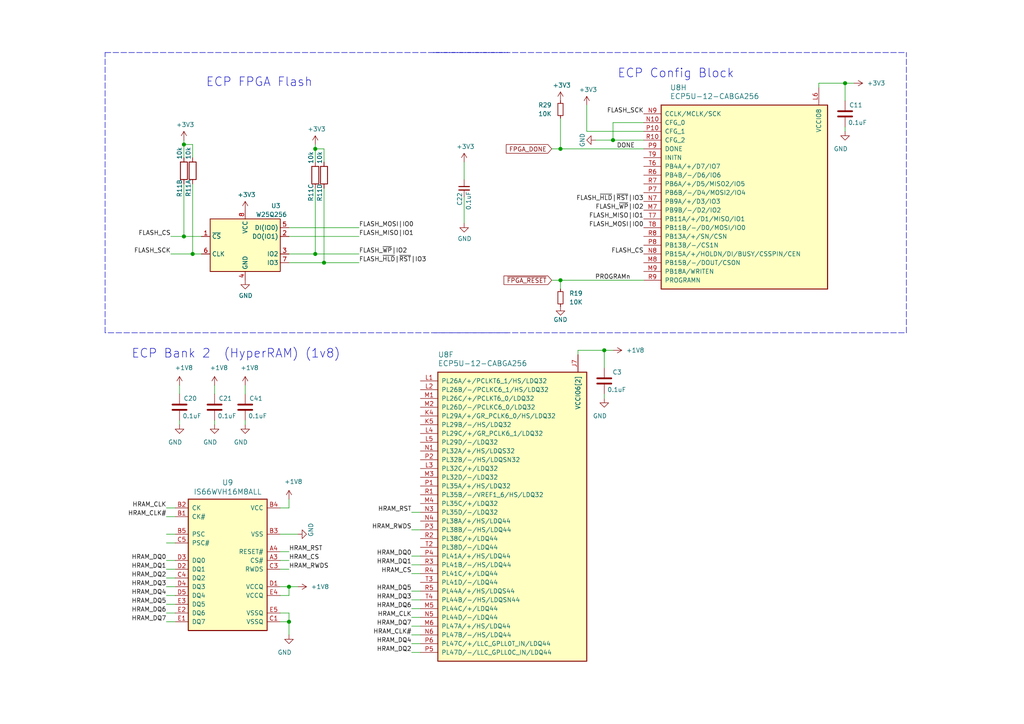
<source format=kicad_sch>
(kicad_sch (version 20210126) (generator eeschema)
  (paper "A4")
  (title_block (title "ECPBreaker") (date "2020-12-28") (rev "V0.1") (company "GsD") (comment 1 "2020 (C) Greg Davill  <greg.davill@gmail.com>") (comment 3 "License: CC-BY-SA V4.0"))
  (lib_symbols
    (symbol "Device:C" (pin_numbers hide) (pin_names (offset 0.254))
      (property "Reference" "C" (at 0.635 2.54 0))
      (property "Value" "C" (at 0.635 -2.54 0))
      (symbol "C_0_1"
        (polyline (pts (xy -2.032 -0.762) (xy 2.032 -0.762)) (stroke (width 0.508)))
        (polyline (pts (xy -2.032 0.762) (xy 2.032 0.762)) (stroke (width 0.508)))
      )
      (symbol "C_1_1"
        (pin passive line (at 0 3.81 270) (length 2.794) (name "~") (number "1"))
        (pin passive line (at 0 -3.81 90) (length 2.794) (name "~") (number "2"))
      )
    )
    (symbol "Device:R_Pack04_Split" (pin_numbers hide) (pin_names (offset 0))
      (property "Reference" "R" (at 2.032 0 90))
      (property "Value" "R_Pack04_Split" (at 0 0 90))
      (symbol "R_Pack04_Split_0_1"
        (rectangle (start -1.016 -2.54) (end 1.016 2.54) (stroke (width 0.254)))
      )
      (symbol "R_Pack04_Split_1_1"
        (pin passive line (at 0 -3.81 90) (length 1.27) (name "~") (number "1"))
        (pin passive line (at 0 3.81 270) (length 1.27) (name "~") (number "8"))
      )
      (symbol "R_Pack04_Split_2_1"
        (pin passive line (at 0 -3.81 90) (length 1.27) (name "~") (number "2"))
        (pin passive line (at 0 3.81 270) (length 1.27) (name "~") (number "7"))
      )
      (symbol "R_Pack04_Split_3_1"
        (pin passive line (at 0 -3.81 90) (length 1.27) (name "~") (number "3"))
        (pin passive line (at 0 3.81 270) (length 1.27) (name "~") (number "6"))
      )
      (symbol "R_Pack04_Split_4_1"
        (pin passive line (at 0 -3.81 90) (length 1.27) (name "~") (number "4"))
        (pin passive line (at 0 3.81 270) (length 1.27) (name "~") (number "5"))
      )
    )
    (symbol "Memory_Flash:W25Q32JVSS"
      (property "Reference" "U" (at -8.89 8.89 0))
      (property "Value" "W25Q32JVSS" (at 7.62 8.89 0))
      (symbol "W25Q32JVSS_0_1"
        (rectangle (start -10.16 7.62) (end 10.16 -7.62) (stroke (width 0.254)) (fill (type background)))
      )
      (symbol "W25Q32JVSS_1_1"
        (pin input line (at -12.7 2.54 0) (length 2.54) (name "~CS") (number "1"))
        (pin bidirectional line (at 12.7 2.54 180) (length 2.54) (name "DO(IO1)") (number "2"))
        (pin bidirectional line (at 12.7 -2.54 180) (length 2.54) (name "IO2") (number "3"))
        (pin power_in line (at 0 -10.16 90) (length 2.54) (name "GND") (number "4"))
        (pin bidirectional line (at 12.7 5.08 180) (length 2.54) (name "DI(IO0)") (number "5"))
        (pin input line (at -12.7 -2.54 0) (length 2.54) (name "CLK") (number "6"))
        (pin bidirectional line (at 12.7 -5.08 180) (length 2.54) (name "IO3") (number "7"))
        (pin power_in line (at 0 10.16 270) (length 2.54) (name "VCC") (number "8"))
      )
    )
    (symbol "gsd-kicad:ECP5U-12-CABGA256" (pin_names (offset 1.016))
      (property "Reference" "U" (at 3.81 6.35 0))
      (property "Value" "ECP5U-12-CABGA256" (at 3.81 3.81 0))
      (symbol "ECP5U-12-CABGA256_1_1"
        (rectangle (start 5.08 17.78) (end 12.7 -10.16) (stroke (width 0.3048)) (fill (type background)))
        (pin power_in line (at 7.62 -15.24 90) (length 5.08) (name "GND[27]") (number "A16"))
        (pin power_in line (at 7.62 -15.24 90) (length 5.08) (name "GND[27]") (number "H16"))
        (pin power_in line (at 7.62 -15.24 90) (length 5.08) (name "GND[27]") (number "T16"))
        (pin power_in line (at 7.62 -15.24 90) (length 5.08) (name "GND[27]") (number "D15"))
        (pin power_in line (at 7.62 -15.24 90) (length 5.08) (name "GND[27]") (number "N15"))
        (pin power_in line (at 7.62 -15.24 90) (length 5.08) (name "GND[27]") (number "T12"))
        (pin power_in line (at 7.62 -15.24 90) (length 5.08) (name "GND[27]") (number "G10"))
        (pin power_in line (at 7.62 -15.24 90) (length 5.08) (name "GND[27]") (number "H10"))
        (pin power_in line (at 7.62 -15.24 90) (length 5.08) (name "GND[27]") (number "J10"))
        (pin power_in line (at 7.62 -15.24 90) (length 5.08) (name "GND[27]") (number "K10"))
        (pin power_in line (at 7.62 -15.24 90) (length 5.08) (name "GND[27]") (number "F9"))
        (pin power_in line (at 7.62 -15.24 90) (length 5.08) (name "GND[27]") (number "H9"))
        (pin power_in line (at 7.62 -15.24 90) (length 5.08) (name "GND[27]") (number "J9"))
        (pin power_in line (at 7.62 -15.24 90) (length 5.08) (name "GND[27]") (number "K9"))
        (pin power_in line (at 7.62 -15.24 90) (length 5.08) (name "GND[27]") (number "F8"))
        (pin power_in line (at 7.62 -15.24 90) (length 5.08) (name "GND[27]") (number "G8"))
        (pin power_in line (at 7.62 -15.24 90) (length 5.08) (name "GND[27]") (number "H8"))
        (pin power_in line (at 7.62 -15.24 90) (length 5.08) (name "GND[27]") (number "J8"))
        (pin power_in line (at 7.62 -15.24 90) (length 5.08) (name "GND[27]") (number "K8"))
        (pin power_in line (at 7.62 -15.24 90) (length 5.08) (name "GND[27]") (number "K7"))
        (pin power_in line (at 7.62 -15.24 90) (length 5.08) (name "GND[27]") (number "K6"))
        (pin power_in line (at 7.62 -15.24 90) (length 5.08) (name "GND[27]") (number "T5"))
        (pin power_in line (at 7.62 -15.24 90) (length 5.08) (name "GND[27]") (number "D2"))
        (pin power_in line (at 7.62 -15.24 90) (length 5.08) (name "GND[27]") (number "N2"))
        (pin power_in line (at 7.62 -15.24 90) (length 5.08) (name "GND[27]") (number "A1"))
        (pin power_in line (at 7.62 -15.24 90) (length 5.08) (name "GND[27]") (number "H1"))
        (pin power_in line (at 7.62 -15.24 90) (length 5.08) (name "GND[27]") (number "T1"))
        (pin power_in line (at 10.16 22.86 270) (length 5.08) (name "VCC[6]") (number "L10"))
        (pin power_in line (at 10.16 22.86 270) (length 5.08) (name "VCC[6]") (number "G9"))
        (pin power_in line (at 10.16 22.86 270) (length 5.08) (name "VCC[6]") (number "L9"))
        (pin power_in line (at 10.16 22.86 270) (length 5.08) (name "VCC[6]") (number "L8"))
        (pin power_in line (at 10.16 22.86 270) (length 5.08) (name "VCC[6]") (number "G7"))
        (pin power_in line (at 10.16 22.86 270) (length 5.08) (name "VCC[6]") (number "G6"))
        (pin power_in line (at 7.62 22.86 270) (length 5.08) (name "VCCAUX[2]") (number "G11"))
        (pin power_in line (at 7.62 22.86 270) (length 5.08) (name "VCCAUX[2]") (number "L7"))
      )
      (symbol "ECP5U-12-CABGA256_2_1"
        (rectangle (start 5.08 2.54) (end 35.56 -60.96) (stroke (width 0.3048)) (fill (type background)))
        (pin bidirectional line (at 0 0 0) (length 5.08) (name "PT4A/+") (number "A2"))
        (pin bidirectional line (at 0 -2.54 0) (length 5.08) (name "PT4B/-") (number "B3"))
        (pin bidirectional line (at 0 -5.08 0) (length 5.08) (name "PT6A/+") (number "A3"))
        (pin bidirectional line (at 0 -7.62 0) (length 5.08) (name "PT6B/-") (number "A4"))
        (pin bidirectional line (at 0 -10.16 0) (length 5.08) (name "PT9A/+") (number "E4"))
        (pin bidirectional line (at 0 -12.7 0) (length 5.08) (name "PT9B/-") (number "D4"))
        (pin bidirectional line (at 0 -15.24 0) (length 5.08) (name "PT11A/+") (number "C4"))
        (pin bidirectional line (at 0 -17.78 0) (length 5.08) (name "PT11B/-") (number "B4"))
        (pin bidirectional line (at 0 -20.32 0) (length 5.08) (name "PT13A/+") (number "E5"))
        (pin bidirectional line (at 0 -22.86 0) (length 5.08) (name "PT13B/-") (number "D5"))
        (pin bidirectional line (at 0 -25.4 0) (length 5.08) (name "PT15A/+") (number "C5"))
        (pin bidirectional line (at 0 -27.94 0) (length 5.08) (name "PT15B/-") (number "B5"))
        (pin bidirectional line (at 0 -30.48 0) (length 5.08) (name "PT18A/+") (number "A5"))
        (pin bidirectional line (at 0 -33.02 0) (length 5.08) (name "PT18B/-") (number "A6"))
        (pin bidirectional line (at 0 -35.56 0) (length 5.08) (name "PT20A/+") (number "E6"))
        (pin bidirectional line (at 0 -38.1 0) (length 5.08) (name "PT20B/-") (number "D6"))
        (pin bidirectional line (at 0 -40.64 0) (length 5.08) (name "PT22A/+") (number "C6"))
        (pin bidirectional line (at 0 -43.18 0) (length 5.08) (name "PT22B/-") (number "B6"))
        (pin bidirectional line (at 0 -45.72 0) (length 5.08) (name "PT24A/+/GR_PCLK0_1") (number "E7"))
        (pin bidirectional line (at 0 -48.26 0) (length 5.08) (name "PT24B/-/GR_PCLK0_0") (number "D7"))
        (pin bidirectional line (at 0 -50.8 0) (length 5.08) (name "PT27A/+/PCLKT0_1") (number "C7"))
        (pin bidirectional line (at 0 -53.34 0) (length 5.08) (name "PT27B/-/PCLKC0_1") (number "B7"))
        (pin bidirectional line (at 0 -55.88 0) (length 5.08) (name "PT29A/+/PCLKT0_0") (number "A7"))
        (pin bidirectional line (at 0 -58.42 0) (length 5.08) (name "PT29B/-/PCLKC0_0") (number "A8"))
        (pin power_in line (at 33.02 7.62 270) (length 5.08) (name "VCCIO0[2]") (number "F7"))
        (pin power_in line (at 33.02 7.62 270) (length 5.08) (name "VCCIO0[2]") (number "F6"))
      )
      (symbol "ECP5U-12-CABGA256_3_1"
        (rectangle (start 5.08 2.54) (end 35.56 -81.28) (stroke (width 0.3048)) (fill (type background)))
        (pin bidirectional line (at 0 0 0) (length 5.08) (name "PT33A/+/PCLKT1_1") (number "E8"))
        (pin bidirectional line (at 0 -2.54 0) (length 5.08) (name "PT33B/-/PCLKC1_1") (number "D8"))
        (pin bidirectional line (at 0 -5.08 0) (length 5.08) (name "PT35A/+/PCLKT1_0") (number "C8"))
        (pin bidirectional line (at 0 -7.62 0) (length 5.08) (name "PT35B/-/PCLKC1_0") (number "B8"))
        (pin bidirectional line (at 0 -10.16 0) (length 5.08) (name "PT38A/+/GR_PCLK1_0") (number "B9"))
        (pin bidirectional line (at 0 -12.7 0) (length 5.08) (name "PT38B/-/GR_PCLK1_1") (number "C9"))
        (pin bidirectional line (at 0 -15.24 0) (length 5.08) (name "PT40A/+") (number "D9"))
        (pin bidirectional line (at 0 -17.78 0) (length 5.08) (name "PT40B/-") (number "E9"))
        (pin bidirectional line (at 0 -20.32 0) (length 5.08) (name "PT42A/+") (number "A9"))
        (pin bidirectional line (at 0 -22.86 0) (length 5.08) (name "PT42B/-") (number "A10"))
        (pin bidirectional line (at 0 -25.4 0) (length 5.08) (name "PT44A/+") (number "B10"))
        (pin bidirectional line (at 0 -27.94 0) (length 5.08) (name "PT44B/-") (number "C10"))
        (pin bidirectional line (at 0 -30.48 0) (length 5.08) (name "PT47A/+") (number "D10"))
        (pin bidirectional line (at 0 -33.02 0) (length 5.08) (name "PT47B/-") (number "E10"))
        (pin bidirectional line (at 0 -35.56 0) (length 5.08) (name "PT49A/+") (number "B11"))
        (pin bidirectional line (at 0 -38.1 0) (length 5.08) (name "PT49B/-") (number "C11"))
        (pin bidirectional line (at 0 -40.64 0) (length 5.08) (name "PT51A/+") (number "D11"))
        (pin bidirectional line (at 0 -43.18 0) (length 5.08) (name "PT51B/-") (number "E11"))
        (pin bidirectional line (at 0 -45.72 0) (length 5.08) (name "PT53A/+") (number "A11"))
        (pin bidirectional line (at 0 -48.26 0) (length 5.08) (name "PT53B/-") (number "A12"))
        (pin bidirectional line (at 0 -50.8 0) (length 5.08) (name "PT56A/+") (number "B12"))
        (pin bidirectional line (at 0 -53.34 0) (length 5.08) (name "PT56B/-") (number "C12"))
        (pin bidirectional line (at 0 -55.88 0) (length 5.08) (name "PT58A/+") (number "D12"))
        (pin bidirectional line (at 0 -58.42 0) (length 5.08) (name "PT58B/-") (number "E12"))
        (pin bidirectional line (at 0 -60.96 0) (length 5.08) (name "PT60A/+") (number "B13"))
        (pin bidirectional line (at 0 -63.5 0) (length 5.08) (name "PT60B/-") (number "C13"))
        (pin bidirectional line (at 0 -66.04 0) (length 5.08) (name "PT62A/+") (number "D13"))
        (pin bidirectional line (at 0 -68.58 0) (length 5.08) (name "PT62B/-") (number "E13"))
        (pin bidirectional line (at 0 -71.12 0) (length 5.08) (name "PT65A/+") (number "A13"))
        (pin bidirectional line (at 0 -73.66 0) (length 5.08) (name "PT65B/-") (number "A14"))
        (pin bidirectional line (at 0 -76.2 0) (length 5.08) (name "PT67A/+") (number "B14"))
        (pin bidirectional line (at 0 -78.74 0) (length 5.08) (name "PT67B/-") (number "A15"))
        (pin power_in line (at 33.02 7.62 270) (length 5.08) (name "VCCIO1[2]") (number "F11"))
        (pin power_in line (at 33.02 7.62 270) (length 5.08) (name "VCCIO1[2]") (number "F10"))
      )
      (symbol "ECP5U-12-CABGA256_4_1"
        (rectangle (start 5.08 2.54) (end 48.26 -81.28) (stroke (width 0.3048)) (fill (type background)))
        (pin bidirectional line (at 0 0 0) (length 5.08) (name "PR2A/+/HS/RDQ8") (number "B16"))
        (pin bidirectional line (at 0 -2.54 0) (length 5.08) (name "PR2B/-/S0_IN/HS/RDQ8") (number "B15"))
        (pin bidirectional line (at 0 -5.08 0) (length 5.08) (name "PR2C/+/RDQ8") (number "C14"))
        (pin bidirectional line (at 0 -7.62 0) (length 5.08) (name "PR2D/-/RDQ8") (number "D14"))
        (pin bidirectional line (at 0 -10.16 0) (length 5.08) (name "PR5A/+/HS/RDQ8") (number "C16"))
        (pin bidirectional line (at 0 -12.7 0) (length 5.08) (name "PR5B/-/HS/RDQ8") (number "C15"))
        (pin bidirectional line (at 0 -15.24 0) (length 5.08) (name "PR5C/+/RDQ8") (number "E14"))
        (pin bidirectional line (at 0 -17.78 0) (length 5.08) (name "PR5D/-/RDQ8") (number "F14"))
        (pin bidirectional line (at 0 -20.32 0) (length 5.08) (name "PR8A/+/HS/RDQS8") (number "D16"))
        (pin bidirectional line (at 0 -22.86 0) (length 5.08) (name "PR8B/-/HS/RDQSN8") (number "E15"))
        (pin bidirectional line (at 0 -25.4 0) (length 5.08) (name "PR8C/+/RDQ8") (number "F13"))
        (pin bidirectional line (at 0 -27.94 0) (length 5.08) (name "PR8D/-/RDQ8") (number "F12"))
        (pin bidirectional line (at 0 -30.48 0) (length 5.08) (name "PR11A/+/HS/RDQ8") (number "G12"))
        (pin bidirectional line (at 0 -33.02 0) (length 5.08) (name "PR11B/-/HS/RDQ8") (number "G13"))
        (pin bidirectional line (at 0 -35.56 0) (length 5.08) (name "PR11C/+/RDQ8") (number "F15"))
        (pin bidirectional line (at 0 -38.1 0) (length 5.08) (name "PR11D/-/RDQ8") (number "E16"))
        (pin bidirectional line (at 0 -40.64 0) (length 5.08) (name "PR14A/+/HS/RDQ20") (number "F16"))
        (pin bidirectional line (at 0 -43.18 0) (length 5.08) (name "PR14B/-/HS/RDQ20") (number "G15"))
        (pin bidirectional line (at 0 -45.72 0) (length 5.08) (name "PR14C/+/VREF1_2/RDQ20") (number "G14"))
        (pin bidirectional line (at 0 -48.26 0) (length 5.08) (name "PR14D/-/RDQ20") (number "H14"))
        (pin bidirectional line (at 0 -50.8 0) (length 5.08) (name "PR17A/+/HS/RDQ20") (number "H12"))
        (pin bidirectional line (at 0 -53.34 0) (length 5.08) (name "PR17B/-/HS/RDQ20") (number "H13"))
        (pin bidirectional line (at 0 -55.88 0) (length 5.08) (name "PR17C/+/RDQ20") (number "J13"))
        (pin bidirectional line (at 0 -58.42 0) (length 5.08) (name "PR17D/-/RDQ20") (number "J12"))
        (pin bidirectional line (at 0 -60.96 0) (length 5.08) (name "PR20A/+/GR_PCLK2_1/HS/RDQS20") (number "G16"))
        (pin bidirectional line (at 0 -63.5 0) (length 5.08) (name "PR20B/-/HS/RDQSN20") (number "H15"))
        (pin bidirectional line (at 0 -66.04 0) (length 5.08) (name "PR20C/+/GR_PCLK2_0/RDQ20") (number "J14"))
        (pin bidirectional line (at 0 -68.58 0) (length 5.08) (name "PR20D/-/RDQ20") (number "K14"))
        (pin bidirectional line (at 0 -71.12 0) (length 5.08) (name "PR23A/+/PCLKT2_1/HS/RDQ20") (number "J16"))
        (pin bidirectional line (at 0 -73.66 0) (length 5.08) (name "PR23B/-/PCLKC2_1/HS/RDQ20") (number "J15"))
        (pin bidirectional line (at 0 -76.2 0) (length 5.08) (name "PR23C/+/PCLKT2_0/RDQ20") (number "K16"))
        (pin bidirectional line (at 0 -78.74 0) (length 5.08) (name "PR23D/-/PCLKC2_0/RDQ20") (number "K15"))
        (pin power_in line (at 45.72 7.62 270) (length 5.08) (name "VCCIO2[2]") (number "H11"))
        (pin power_in line (at 45.72 7.62 270) (length 5.08) (name "VCCIO2[2]") (number "J11"))
      )
      (symbol "ECP5U-12-CABGA256_5_1"
        (rectangle (start 5.08 2.54) (end 48.26 -81.28) (stroke (width 0.3048)) (fill (type background)))
        (pin bidirectional line (at 0 0 0) (length 5.08) (name "PR26A/+/PCLKT3_1/HS/RDQ32") (number "L16"))
        (pin bidirectional line (at 0 -2.54 0) (length 5.08) (name "PR26B/-/PCLKC3_1/HS/RDQ32") (number "L15"))
        (pin bidirectional line (at 0 -5.08 0) (length 5.08) (name "PR26C/+/PCLKT3_0/RDQ32") (number "M16"))
        (pin bidirectional line (at 0 -7.62 0) (length 5.08) (name "PR26D/-/PCLKC3_0/RDQ32") (number "M15"))
        (pin bidirectional line (at 0 -10.16 0) (length 5.08) (name "PR29A/+/GR_PCLK3_0/HS/RDQ32") (number "K13"))
        (pin bidirectional line (at 0 -12.7 0) (length 5.08) (name "PR29B/-/HS/RDQ32") (number "K12"))
        (pin bidirectional line (at 0 -15.24 0) (length 5.08) (name "PR29C/+/GR_PCLK3_1/RDQ32") (number "L13"))
        (pin bidirectional line (at 0 -17.78 0) (length 5.08) (name "PR29D/-/RDQ32") (number "L12"))
        (pin bidirectional line (at 0 -20.32 0) (length 5.08) (name "PR32A/+/HS/RDQS32") (number "N16"))
        (pin bidirectional line (at 0 -22.86 0) (length 5.08) (name "PR32B/-/HS/RDQSN32") (number "P15"))
        (pin bidirectional line (at 0 -25.4 0) (length 5.08) (name "PR32C/+/RDQ32") (number "L14"))
        (pin bidirectional line (at 0 -27.94 0) (length 5.08) (name "PR32D/-/RDQ32") (number "M14"))
        (pin bidirectional line (at 0 -30.48 0) (length 5.08) (name "PR35A/+/HS/RDQ32") (number "P16"))
        (pin bidirectional line (at 0 -33.02 0) (length 5.08) (name "PR35B/-/VREF1_3/HS/RDQ32") (number "R16"))
        (pin bidirectional line (at 0 -35.56 0) (length 5.08) (name "PR35C/+/RDQ32") (number "M13"))
        (pin bidirectional line (at 0 -38.1 0) (length 5.08) (name "PR35D/-/RDQ32") (number "N14"))
        (pin bidirectional line (at 0 -40.64 0) (length 5.08) (name "PR38A/+/HS/RDQ44") (number "N13"))
        (pin bidirectional line (at 0 -43.18 0) (length 5.08) (name "PR38B/-/HS/RDQ44") (number "P14"))
        (pin bidirectional line (at 0 -45.72 0) (length 5.08) (name "PR38C/+/RDQ44") (number "R15"))
        (pin bidirectional line (at 0 -48.26 0) (length 5.08) (name "PR38D/-/RDQ44") (number "T15"))
        (pin bidirectional line (at 0 -50.8 0) (length 5.08) (name "PR41A/+/HS/RDQ44") (number "P13"))
        (pin bidirectional line (at 0 -53.34 0) (length 5.08) (name "PR41B/-/HS/RDQ44") (number "R14"))
        (pin bidirectional line (at 0 -55.88 0) (length 5.08) (name "PR41C/+/RDQ44") (number "R13"))
        (pin bidirectional line (at 0 -58.42 0) (length 5.08) (name "PR41D/-/RDQ44") (number "T14"))
        (pin bidirectional line (at 0 -60.96 0) (length 5.08) (name "PR44A/+/HS/RDQS44") (number "R12"))
        (pin bidirectional line (at 0 -63.5 0) (length 5.08) (name "PR44B/-/HS/RDQSN44") (number "T13"))
        (pin bidirectional line (at 0 -66.04 0) (length 5.08) (name "PR44C/+/RDQ44") (number "M12"))
        (pin bidirectional line (at 0 -68.58 0) (length 5.08) (name "PR44D/-/RDQ44") (number "N12"))
        (pin bidirectional line (at 0 -71.12 0) (length 5.08) (name "PR47A/+/HS/RDQ44") (number "M11"))
        (pin bidirectional line (at 0 -73.66 0) (length 5.08) (name "PR47B/-/HS/RDQ44") (number "N11"))
        (pin bidirectional line (at 0 -76.2 0) (length 5.08) (name "PR47C/+/LRC_GPLL0T_IN/RDQ44") (number "P11"))
        (pin bidirectional line (at 0 -78.74 0) (length 5.08) (name "PR47D/-/LRC_GPLL0C_IN/RDQ44") (number "P12"))
        (pin power_in line (at 45.72 7.62 270) (length 5.08) (name "VCCIO3[2]") (number "K11"))
        (pin power_in line (at 45.72 7.62 270) (length 5.08) (name "VCCIO3[2]") (number "L11"))
      )
      (symbol "ECP5U-12-CABGA256_6_1"
        (rectangle (start 5.08 2.54) (end 48.26 -81.28) (stroke (width 0.3048)) (fill (type background)))
        (pin bidirectional line (at 0 0 0) (length 5.08) (name "PL26A/+/PCLKT6_1/HS/LDQ32") (number "L1"))
        (pin bidirectional line (at 0 -2.54 0) (length 5.08) (name "PL26B/-/PCLKC6_1/HS/LDQ32") (number "L2"))
        (pin bidirectional line (at 0 -5.08 0) (length 5.08) (name "PL26C/+/PCLKT6_0/LDQ32") (number "M1"))
        (pin bidirectional line (at 0 -7.62 0) (length 5.08) (name "PL26D/-/PCLKC6_0/LDQ32") (number "M2"))
        (pin bidirectional line (at 0 -10.16 0) (length 5.08) (name "PL29A/+/GR_PCLK6_0/HS/LDQ32") (number "K4"))
        (pin bidirectional line (at 0 -12.7 0) (length 5.08) (name "PL29B/-/HS/LDQ32") (number "K5"))
        (pin bidirectional line (at 0 -15.24 0) (length 5.08) (name "PL29C/+/GR_PCLK6_1/LDQ32") (number "L4"))
        (pin bidirectional line (at 0 -17.78 0) (length 5.08) (name "PL29D/-/LDQ32") (number "L5"))
        (pin bidirectional line (at 0 -20.32 0) (length 5.08) (name "PL32A/+/HS/LDQS32") (number "N1"))
        (pin bidirectional line (at 0 -22.86 0) (length 5.08) (name "PL32B/-/HS/LDQSN32") (number "P2"))
        (pin bidirectional line (at 0 -25.4 0) (length 5.08) (name "PL32C/+/LDQ32") (number "L3"))
        (pin bidirectional line (at 0 -27.94 0) (length 5.08) (name "PL32D/-/LDQ32") (number "M3"))
        (pin bidirectional line (at 0 -30.48 0) (length 5.08) (name "PL35A/+/HS/LDQ32") (number "P1"))
        (pin bidirectional line (at 0 -33.02 0) (length 5.08) (name "PL35B/-/VREF1_6/HS/LDQ32") (number "R1"))
        (pin bidirectional line (at 0 -35.56 0) (length 5.08) (name "PL35C/+/LDQ32") (number "M4"))
        (pin bidirectional line (at 0 -38.1 0) (length 5.08) (name "PL35D/-/LDQ32") (number "N3"))
        (pin bidirectional line (at 0 -40.64 0) (length 5.08) (name "PL38A/+/HS/LDQ44") (number "N4"))
        (pin bidirectional line (at 0 -43.18 0) (length 5.08) (name "PL38B/-/HS/LDQ44") (number "P3"))
        (pin bidirectional line (at 0 -45.72 0) (length 5.08) (name "PL38C/+/LDQ44") (number "R2"))
        (pin bidirectional line (at 0 -48.26 0) (length 5.08) (name "PL38D/-/LDQ44") (number "T2"))
        (pin bidirectional line (at 0 -50.8 0) (length 5.08) (name "PL41A/+/HS/LDQ44") (number "P4"))
        (pin bidirectional line (at 0 -53.34 0) (length 5.08) (name "PL41B/-/HS/LDQ44") (number "R3"))
        (pin bidirectional line (at 0 -55.88 0) (length 5.08) (name "PL41C/+/LDQ44") (number "R4"))
        (pin bidirectional line (at 0 -58.42 0) (length 5.08) (name "PL41D/-/LDQ44") (number "T3"))
        (pin bidirectional line (at 0 -60.96 0) (length 5.08) (name "PL44A/+/HS/LDQS44") (number "R5"))
        (pin bidirectional line (at 0 -63.5 0) (length 5.08) (name "PL44B/-/HS/LDQSN44") (number "T4"))
        (pin bidirectional line (at 0 -66.04 0) (length 5.08) (name "PL44C/+/LDQ44") (number "M5"))
        (pin bidirectional line (at 0 -68.58 0) (length 5.08) (name "PL44D/-/LDQ44") (number "N5"))
        (pin bidirectional line (at 0 -71.12 0) (length 5.08) (name "PL47A/+/HS/LDQ44") (number "M6"))
        (pin bidirectional line (at 0 -73.66 0) (length 5.08) (name "PL47B/-/HS/LDQ44") (number "N6"))
        (pin bidirectional line (at 0 -76.2 0) (length 5.08) (name "PL47C/+/LLC_GPLL0T_IN/LDQ44") (number "P6"))
        (pin bidirectional line (at 0 -78.74 0) (length 5.08) (name "PL47D/-/LLC_GPLL0C_IN/LDQ44") (number "P5"))
        (pin power_in line (at 45.72 7.62 270) (length 5.08) (name "VCCIO6[2]") (number "J7"))
        (pin power_in line (at 45.72 7.62 270) (length 5.08) (name "VCCIO6[2]") (number "J6"))
      )
      (symbol "ECP5U-12-CABGA256_7_1"
        (rectangle (start 5.08 2.54) (end 48.26 -81.28) (stroke (width 0.3048)) (fill (type background)))
        (pin bidirectional line (at 0 0 0) (length 5.08) (name "PL2A/+/HS/LDQ8") (number "B1"))
        (pin bidirectional line (at 0 -2.54 0) (length 5.08) (name "PL2B/-/HS/LDQ8") (number "B2"))
        (pin bidirectional line (at 0 -5.08 0) (length 5.08) (name "PL2C/+/LDQ8") (number "C3"))
        (pin bidirectional line (at 0 -7.62 0) (length 5.08) (name "PL2D/-/LDQ8") (number "D3"))
        (pin bidirectional line (at 0 -10.16 0) (length 5.08) (name "PL5A/+/HS/LDQ8") (number "C1"))
        (pin bidirectional line (at 0 -12.7 0) (length 5.08) (name "PL5B/-/HS/LDQ8") (number "C2"))
        (pin bidirectional line (at 0 -15.24 0) (length 5.08) (name "PL5C/+/LDQ8") (number "E3"))
        (pin bidirectional line (at 0 -17.78 0) (length 5.08) (name "PL5D/-/LDQ8") (number "F3"))
        (pin bidirectional line (at 0 -20.32 0) (length 5.08) (name "PL8A/+/HS/LDQS8") (number "D1"))
        (pin bidirectional line (at 0 -22.86 0) (length 5.08) (name "PL8B/-/HS/LDQSN8") (number "E2"))
        (pin bidirectional line (at 0 -25.4 0) (length 5.08) (name "PL8C/+/LDQ8") (number "F4"))
        (pin bidirectional line (at 0 -27.94 0) (length 5.08) (name "PL8D/-/LDQ8") (number "F5"))
        (pin bidirectional line (at 0 -30.48 0) (length 5.08) (name "PL11A/+/HS/LDQ8") (number "G5"))
        (pin bidirectional line (at 0 -33.02 0) (length 5.08) (name "PL11B/-/HS/LDQ8") (number "G4"))
        (pin bidirectional line (at 0 -35.56 0) (length 5.08) (name "PL11C/+/LDQ8") (number "F2"))
        (pin bidirectional line (at 0 -38.1 0) (length 5.08) (name "PL11D/-/LDQ8") (number "E1"))
        (pin bidirectional line (at 0 -40.64 0) (length 5.08) (name "PL14A/+/HS/LDQ20") (number "F1"))
        (pin bidirectional line (at 0 -43.18 0) (length 5.08) (name "PL14B/-/HS/LDQ20") (number "G2"))
        (pin bidirectional line (at 0 -45.72 0) (length 5.08) (name "PL14C/+/VREF1_7/LDQ20") (number "G3"))
        (pin bidirectional line (at 0 -48.26 0) (length 5.08) (name "PL14D/-/LDQ20") (number "H3"))
        (pin bidirectional line (at 0 -50.8 0) (length 5.08) (name "PL17A/+/HS/LDQ20") (number "H5"))
        (pin bidirectional line (at 0 -53.34 0) (length 5.08) (name "PL17B/-/HS/LDQ20") (number "H4"))
        (pin bidirectional line (at 0 -55.88 0) (length 5.08) (name "PL17C/+/LDQ20") (number "J4"))
        (pin bidirectional line (at 0 -58.42 0) (length 5.08) (name "PL17D/-/LDQ20") (number "J5"))
        (pin bidirectional line (at 0 -60.96 0) (length 5.08) (name "PL20A/+/GR_PCLK7_1/HS/LDQS20") (number "G1"))
        (pin bidirectional line (at 0 -63.5 0) (length 5.08) (name "PL20B/-/HS/LDQSN20") (number "H2"))
        (pin bidirectional line (at 0 -66.04 0) (length 5.08) (name "PL20C/+/GR_PCLK7_0/LDQ20") (number "J3"))
        (pin bidirectional line (at 0 -68.58 0) (length 5.08) (name "PL20D/-/LDQ20") (number "K3"))
        (pin bidirectional line (at 0 -71.12 0) (length 5.08) (name "PL23A/+/PCLKT7_1/HS/LDQ20") (number "J1"))
        (pin bidirectional line (at 0 -73.66 0) (length 5.08) (name "PL23B/-/PCLKC7_1/HS/LDQ20") (number "J2"))
        (pin bidirectional line (at 0 -76.2 0) (length 5.08) (name "PL23C/+/PCLKT7_0/LDQ20") (number "K1"))
        (pin bidirectional line (at 0 -78.74 0) (length 5.08) (name "PL23D/-/PCLKC7_0/LDQ20") (number "K2"))
        (pin power_in line (at 45.72 7.62 270) (length 5.08) (name "VCCIO7[2]") (number "H7"))
        (pin power_in line (at 45.72 7.62 270) (length 5.08) (name "VCCIO7[2]") (number "H6"))
      )
      (symbol "ECP5U-12-CABGA256_8_1"
        (rectangle (start 5.08 2.54) (end 53.34 -50.8) (stroke (width 0.3048)) (fill (type background)))
        (pin bidirectional line (at 0 0 0) (length 5.08) (name "CCLK/MCLK/SCK") (number "N9"))
        (pin bidirectional line (at 0 -2.54 0) (length 5.08) (name "CFG_0") (number "N10"))
        (pin bidirectional line (at 0 -5.08 0) (length 5.08) (name "CFG_1") (number "P10"))
        (pin bidirectional line (at 0 -7.62 0) (length 5.08) (name "CFG_2") (number "R10"))
        (pin bidirectional line (at 0 -10.16 0) (length 5.08) (name "DONE") (number "P9"))
        (pin bidirectional line (at 0 -12.7 0) (length 5.08) (name "INITN") (number "T9"))
        (pin bidirectional line (at 0 -15.24 0) (length 5.08) (name "PB4A/+/D7/IO7") (number "T6"))
        (pin bidirectional line (at 0 -17.78 0) (length 5.08) (name "PB4B/-/D6/IO6") (number "R6"))
        (pin bidirectional line (at 0 -20.32 0) (length 5.08) (name "PB6A/+/D5/MISO2/IO5") (number "R7"))
        (pin bidirectional line (at 0 -22.86 0) (length 5.08) (name "PB6B/-/D4/MOSI2/IO4") (number "P7"))
        (pin bidirectional line (at 0 -25.4 0) (length 5.08) (name "PB9A/+/D3/IO3") (number "N7"))
        (pin bidirectional line (at 0 -27.94 0) (length 5.08) (name "PB9B/-/D2/IO2") (number "M7"))
        (pin bidirectional line (at 0 -30.48 0) (length 5.08) (name "PB11A/+/D1/MISO/IO1") (number "T7"))
        (pin bidirectional line (at 0 -33.02 0) (length 5.08) (name "PB11B/-/D0/MOSI/IO0") (number "T8"))
        (pin bidirectional line (at 0 -35.56 0) (length 5.08) (name "PB13A/+/SN/CSN") (number "R8"))
        (pin bidirectional line (at 0 -38.1 0) (length 5.08) (name "PB13B/-/CS1N") (number "P8"))
        (pin bidirectional line (at 0 -40.64 0) (length 5.08) (name "PB15A/+/HOLDN/DI/BUSY/CSSPIN/CEN") (number "N8"))
        (pin bidirectional line (at 0 -43.18 0) (length 5.08) (name "PB15B/-/DOUT/CSON") (number "M8"))
        (pin bidirectional line (at 0 -45.72 0) (length 5.08) (name "PB18A/WRITEN") (number "M9"))
        (pin bidirectional line (at 0 -48.26 0) (length 5.08) (name "PROGRAMN") (number "R9"))
        (pin power_in line (at 50.8 7.62 270) (length 5.08) (name "VCCIO8") (number "L6"))
      )
      (symbol "ECP5U-12-CABGA256_9_1"
        (rectangle (start 5.08 2.54) (end 12.7 -10.16) (stroke (width 0.3048)) (fill (type background)))
        (pin bidirectional line (at 0 0 0) (length 5.08) (name "TCK") (number "T10"))
        (pin bidirectional line (at 0 -2.54 0) (length 5.08) (name "TDI") (number "R11"))
        (pin bidirectional line (at 0 -5.08 0) (length 5.08) (name "TDO") (number "M10"))
        (pin bidirectional line (at 0 -7.62 0) (length 5.08) (name "TMS") (number "T11"))
      )
    )
    (symbol "gsd-kicad:IS66WVH16M8ALL" (pin_names (offset 1.016))
      (property "Reference" "U" (at 0 24.13 0))
      (property "Value" "IS66WVH16M8ALL" (at 0 21.59 0))
      (symbol "IS66WVH16M8ALL_1_0"
        (rectangle (start -11.43 19.05) (end 11.43 -19.05) (stroke (width 0.3048)) (fill (type background)))
      )
      (symbol "IS66WVH16M8ALL_1_1"
        (pin input line (at 15.24 1.27 180) (length 3.81) (name "CS#") (number "A3"))
        (pin input line (at 15.24 3.81 180) (length 3.81) (name "RESET#") (number "A4"))
        (pin input line (at -15.24 13.97 0) (length 3.81) (name "CK#") (number "B1"))
        (pin input line (at -15.24 16.51 0) (length 3.81) (name "CK") (number "B2"))
        (pin input line (at 15.24 8.89 180) (length 3.81) (name "VSS") (number "B3"))
        (pin input line (at 15.24 16.51 180) (length 3.81) (name "VCC") (number "B4"))
        (pin input line (at -15.24 8.89 0) (length 3.81) (name "PSC") (number "B5"))
        (pin input line (at 15.24 -16.51 180) (length 3.81) (name "VSSQ") (number "C1"))
        (pin input line (at 15.24 -1.27 180) (length 3.81) (name "RWDS") (number "C3"))
        (pin input line (at -15.24 -3.81 0) (length 3.81) (name "DQ2") (number "C4"))
        (pin input line (at -15.24 6.35 0) (length 3.81) (name "PSC#") (number "C5"))
        (pin input line (at 15.24 -6.35 180) (length 3.81) (name "VCCQ") (number "D1"))
        (pin input line (at -15.24 -1.27 0) (length 3.81) (name "DQ1") (number "D2"))
        (pin input line (at -15.24 1.27 0) (length 3.81) (name "DQ0") (number "D3"))
        (pin input line (at -15.24 -6.35 0) (length 3.81) (name "DQ3") (number "D4"))
        (pin input line (at -15.24 -8.89 0) (length 3.81) (name "DQ4") (number "D5"))
        (pin input line (at -15.24 -16.51 0) (length 3.81) (name "DQ7") (number "E1"))
        (pin input line (at -15.24 -13.97 0) (length 3.81) (name "DQ6") (number "E2"))
        (pin input line (at -15.24 -11.43 0) (length 3.81) (name "DQ5") (number "E3"))
        (pin input line (at 15.24 -8.89 180) (length 3.81) (name "VCCQ") (number "E4"))
        (pin input line (at 15.24 -13.97 180) (length 3.81) (name "VSSQ") (number "E5"))
      )
    )
    (symbol "icebreaker-rescue:pkl_C_Small-pkl_device" (pin_numbers hide) (pin_names (offset 0.254) hide)
      (property "Reference" "C" (at 0.254 1.778 0))
      (property "Value" "pkl_C_Small-pkl_device" (at 0.254 -2.032 0))
      (symbol "pkl_C_Small-pkl_device_0_1"
        (polyline (pts (xy -1.524 -0.508) (xy 1.524 -0.508)) (stroke (width 0.3302)))
        (polyline (pts (xy -1.524 0.508) (xy 1.524 0.508)) (stroke (width 0.3048)))
      )
      (symbol "pkl_C_Small-pkl_device_1_1"
        (pin passive line (at 0 2.54 270) (length 1.905) (name "~") (number "1"))
        (pin passive line (at 0 -2.54 90) (length 2.032) (name "~") (number "2"))
      )
    )
    (symbol "icebreaker-rescue:pkl_R_Small-pkl_device" (pin_numbers hide) (pin_names (offset 0.254) hide)
      (property "Reference" "R" (at 0.762 0.508 0))
      (property "Value" "pkl_R_Small-pkl_device" (at 0.762 -1.016 0))
      (symbol "pkl_R_Small-pkl_device_0_1"
        (rectangle (start -0.762 1.778) (end 0.762 -1.778) (stroke (width 0.2032)))
      )
      (symbol "pkl_R_Small-pkl_device_1_1"
        (pin passive line (at 0 2.54 270) (length 0.762) (name "~") (number "1"))
        (pin passive line (at 0 -2.54 90) (length 0.762) (name "~") (number "2"))
      )
    )
    (symbol "power:+1V8" (power) (pin_names (offset 0))
      (property "Value" "+1V8" (at 0 3.556 0))
      (symbol "+1V8_0_1"
        (polyline (pts (xy -0.762 1.27) (xy 0 2.54)))
        (polyline (pts (xy 0 0) (xy 0 2.54)))
        (polyline (pts (xy 0 2.54) (xy 0.762 1.27)))
      )
      (symbol "+1V8_1_1"
        (pin power_in line (at 0 0 90) (length 0) hide (name "+1V8") (number "1"))
      )
    )
    (symbol "power:+3V3" (power) (pin_names (offset 0))
      (property "Value" "+3V3" (at 0 3.556 0))
      (symbol "+3V3_0_1"
        (polyline (pts (xy -0.762 1.27) (xy 0 2.54)))
        (polyline (pts (xy 0 0) (xy 0 2.54)))
        (polyline (pts (xy 0 2.54) (xy 0.762 1.27)))
      )
      (symbol "+3V3_1_1"
        (pin power_in line (at 0 0 90) (length 0) hide (name "+3V3") (number "1"))
      )
    )
    (symbol "power:GND" (power) (pin_names (offset 0))
      (property "Value" "GND" (at 0 -3.81 0))
      (symbol "GND_0_1"
        (polyline (pts (xy 0 0) (xy 0 -1.27) (xy 1.27 -1.27) (xy 0 -2.54) (xy -1.27 -1.27) (xy 0 -1.27)))
      )
      (symbol "GND_1_1"
        (pin power_in line (at 0 0 270) (length 0) hide (name "GND") (number "1"))
      )
    )
  )
  (junction (at 53.34 41.91) (diameter 1.016))
  (junction (at 53.34 68.58) (diameter 1.016))
  (junction (at 55.88 73.66) (diameter 1.016))
  (junction (at 83.82 170.18) (diameter 1.016))
  (junction (at 83.82 180.34) (diameter 1.016))
  (junction (at 91.44 43.18) (diameter 1.016))
  (junction (at 91.44 73.66) (diameter 1.016))
  (junction (at 93.98 76.2) (diameter 1.016))
  (junction (at 162.56 43.18) (diameter 1.016))
  (junction (at 162.56 81.28) (diameter 1.016))
  (junction (at 175.26 101.6) (diameter 1.016))
  (junction (at 177.8 40.64) (diameter 1.016))
  (junction (at 245.11 24.13) (diameter 1.016))
  (wire (pts (xy 48.26 147.32) (xy 50.8 147.32)))
  (wire (pts (xy 48.26 149.86) (xy 50.8 149.86)))
  (wire (pts (xy 48.26 154.94) (xy 50.8 154.94)))
  (wire (pts (xy 48.26 157.48) (xy 50.8 157.48)))
  (wire (pts (xy 48.26 162.56) (xy 50.8 162.56)))
  (wire (pts (xy 48.26 165.1) (xy 50.8 165.1)))
  (wire (pts (xy 48.26 167.64) (xy 50.8 167.64)))
  (wire (pts (xy 48.26 170.18) (xy 50.8 170.18)))
  (wire (pts (xy 48.26 172.72) (xy 50.8 172.72)))
  (wire (pts (xy 48.26 175.26) (xy 50.8 175.26)))
  (wire (pts (xy 48.26 177.8) (xy 50.8 177.8)))
  (wire (pts (xy 48.26 180.34) (xy 50.8 180.34)))
  (wire (pts (xy 49.53 68.58) (xy 53.34 68.58)))
  (wire (pts (xy 49.53 73.66) (xy 55.88 73.66)))
  (wire (pts (xy 52.07 111.76) (xy 52.07 114.3)))
  (wire (pts (xy 52.07 121.92) (xy 52.07 123.19)))
  (wire (pts (xy 53.34 40.64) (xy 53.34 41.91)))
  (wire (pts (xy 53.34 41.91) (xy 53.34 45.72)))
  (wire (pts (xy 53.34 53.34) (xy 53.34 68.58)))
  (wire (pts (xy 53.34 68.58) (xy 58.42 68.58)))
  (wire (pts (xy 55.88 41.91) (xy 53.34 41.91)))
  (wire (pts (xy 55.88 41.91) (xy 55.88 45.72)))
  (wire (pts (xy 55.88 53.34) (xy 55.88 73.66)))
  (wire (pts (xy 55.88 73.66) (xy 58.42 73.66)))
  (wire (pts (xy 62.23 111.76) (xy 62.23 114.3)))
  (wire (pts (xy 62.23 121.92) (xy 62.23 123.19)))
  (wire (pts (xy 71.12 111.76) (xy 71.12 114.3)))
  (wire (pts (xy 71.12 121.92) (xy 71.12 123.19)))
  (wire (pts (xy 81.28 147.32) (xy 83.82 147.32)))
  (wire (pts (xy 81.28 154.94) (xy 86.36 154.94)))
  (wire (pts (xy 81.28 160.02) (xy 83.82 160.02)))
  (wire (pts (xy 81.28 162.56) (xy 83.82 162.56)))
  (wire (pts (xy 81.28 165.1) (xy 83.82 165.1)))
  (wire (pts (xy 81.28 172.72) (xy 83.82 172.72)))
  (wire (pts (xy 81.28 177.8) (xy 83.82 177.8)))
  (wire (pts (xy 81.28 180.34) (xy 83.82 180.34)))
  (wire (pts (xy 83.82 66.04) (xy 104.14 66.04)))
  (wire (pts (xy 83.82 68.58) (xy 104.14 68.58)))
  (wire (pts (xy 83.82 73.66) (xy 91.44 73.66)))
  (wire (pts (xy 83.82 76.2) (xy 93.98 76.2)))
  (wire (pts (xy 83.82 147.32) (xy 83.82 144.78)))
  (wire (pts (xy 83.82 170.18) (xy 81.28 170.18)))
  (wire (pts (xy 83.82 172.72) (xy 83.82 170.18)))
  (wire (pts (xy 83.82 177.8) (xy 83.82 180.34)))
  (wire (pts (xy 83.82 180.34) (xy 83.82 184.15)))
  (wire (pts (xy 86.36 170.18) (xy 83.82 170.18)))
  (wire (pts (xy 91.44 41.91) (xy 91.44 43.18)))
  (wire (pts (xy 91.44 43.18) (xy 91.44 46.99)))
  (wire (pts (xy 91.44 43.18) (xy 93.98 43.18)))
  (wire (pts (xy 91.44 54.61) (xy 91.44 73.66)))
  (wire (pts (xy 91.44 73.66) (xy 104.14 73.66)))
  (wire (pts (xy 93.98 43.18) (xy 93.98 46.99)))
  (wire (pts (xy 93.98 54.61) (xy 93.98 76.2)))
  (wire (pts (xy 93.98 76.2) (xy 104.14 76.2)))
  (wire (pts (xy 119.38 161.29) (xy 121.92 161.29)))
  (wire (pts (xy 119.38 163.83) (xy 121.92 163.83)))
  (wire (pts (xy 119.38 166.37) (xy 121.92 166.37)))
  (wire (pts (xy 119.38 173.99) (xy 121.92 173.99)))
  (wire (pts (xy 119.38 176.53) (xy 121.92 176.53)))
  (wire (pts (xy 119.38 179.07) (xy 121.92 179.07)))
  (wire (pts (xy 119.38 181.61) (xy 121.92 181.61)))
  (wire (pts (xy 119.38 184.15) (xy 121.92 184.15)))
  (wire (pts (xy 119.38 186.69) (xy 121.92 186.69)))
  (wire (pts (xy 119.38 189.23) (xy 121.92 189.23)))
  (wire (pts (xy 121.92 148.59) (xy 119.38 148.59)))
  (wire (pts (xy 121.92 153.67) (xy 119.38 153.67)))
  (wire (pts (xy 121.92 171.45) (xy 119.38 171.45)))
  (wire (pts (xy 134.62 46.99) (xy 134.62 52.07)))
  (wire (pts (xy 134.62 57.15) (xy 134.62 64.77)))
  (wire (pts (xy 160.02 43.18) (xy 162.56 43.18)))
  (wire (pts (xy 160.02 81.28) (xy 162.56 81.28)))
  (wire (pts (xy 162.56 34.29) (xy 162.56 43.18)))
  (wire (pts (xy 162.56 43.18) (xy 186.69 43.18)))
  (wire (pts (xy 162.56 81.28) (xy 186.69 81.28)))
  (wire (pts (xy 162.56 83.82) (xy 162.56 81.28)))
  (wire (pts (xy 167.64 102.87) (xy 167.64 101.6)))
  (wire (pts (xy 170.18 30.48) (xy 170.18 38.1)))
  (wire (pts (xy 170.18 38.1) (xy 186.69 38.1)))
  (wire (pts (xy 172.72 40.64) (xy 177.8 40.64)))
  (wire (pts (xy 175.26 101.6) (xy 167.64 101.6)))
  (wire (pts (xy 175.26 101.6) (xy 175.26 106.68)))
  (wire (pts (xy 175.26 114.3) (xy 175.26 115.57)))
  (wire (pts (xy 177.8 35.56) (xy 177.8 40.64)))
  (wire (pts (xy 177.8 40.64) (xy 186.69 40.64)))
  (wire (pts (xy 177.8 101.6) (xy 175.26 101.6)))
  (wire (pts (xy 186.69 35.56) (xy 177.8 35.56)))
  (wire (pts (xy 237.49 24.13) (xy 245.11 24.13)))
  (wire (pts (xy 237.49 25.4) (xy 237.49 24.13)))
  (wire (pts (xy 245.11 24.13) (xy 245.11 29.21)))
  (wire (pts (xy 245.11 36.83) (xy 245.11 38.1)))
  (wire (pts (xy 247.65 24.13) (xy 245.11 24.13)))
  (polyline (pts (xy 30.48 15.24) (xy 147.32 15.24)) (stroke (width 0) (type dash)))
  (polyline (pts (xy 30.48 96.52) (xy 30.48 15.24)) (stroke (width 0) (type dash)))
  (polyline (pts (xy 125.73 15.24) (xy 262.89 15.24)) (stroke (width 0) (type dash)))
  (polyline (pts (xy 125.73 96.52) (xy 262.89 96.52)) (stroke (width 0) (type dash)))
  (polyline (pts (xy 147.32 96.52) (xy 30.48 96.52)) (stroke (width 0) (type dash)))
  (polyline (pts (xy 262.89 96.52) (xy 262.89 15.24)) (stroke (width 0) (type dash)))
  (text "ECP Bank 2  (HyperRAM) (1v8)" (at 38.1 104.14 0) (effects (font (size 2.54 2.54)) (justify left bottom)))
  (text "ECP FPGA Flash" (at 59.69 25.4 0) (effects (font (size 2.54 2.54)) (justify left bottom)))
  (text "ECP Config Block" (at 179.07 22.86 0) (effects (font (size 2.54 2.54)) (justify left bottom)))
  (label "HRAM_CLK" (at 48.26 147.32 180))
  (label "HRAM_CLK#" (at 48.26 149.86 180))
  (label "HRAM_DQ0" (at 48.26 162.56 180))
  (label "HRAM_DQ1" (at 48.26 165.1 180))
  (label "HRAM_DQ2" (at 48.26 167.64 180))
  (label "HRAM_DQ3" (at 48.26 170.18 180))
  (label "HRAM_DQ4" (at 48.26 172.72 180))
  (label "HRAM_DQ5" (at 48.26 175.26 180))
  (label "HRAM_DQ6" (at 48.26 177.8 180))
  (label "HRAM_DQ7" (at 48.26 180.34 180))
  (label "FLASH_CS" (at 49.53 68.58 180))
  (label "FLASH_SCK" (at 49.53 73.66 180))
  (label "HRAM_RST" (at 83.82 160.02 0))
  (label "HRAM_CS" (at 83.82 162.56 0))
  (label "HRAM_RWDS" (at 83.82 165.1 0))
  (label "FLASH_MOSI|IO0" (at 104.14 66.04 0))
  (label "FLASH_MISO|IO1" (at 104.14 68.58 0))
  (label "FLASH_~WP~|IO2" (at 104.14 73.66 0))
  (label "FLASH_~HLD~|~RST~|IO3" (at 104.14 76.2 0))
  (label "HRAM_RST" (at 119.38 148.59 180))
  (label "HRAM_RWDS" (at 119.38 153.67 180))
  (label "HRAM_DQ0" (at 119.38 161.29 180))
  (label "HRAM_DQ1" (at 119.38 163.83 180))
  (label "HRAM_CS" (at 119.38 166.37 180))
  (label "HRAM_DQ5" (at 119.38 171.45 180))
  (label "HRAM_DQ3" (at 119.38 173.99 180))
  (label "HRAM_DQ6" (at 119.38 176.53 180))
  (label "HRAM_CLK" (at 119.38 179.07 180))
  (label "HRAM_DQ7" (at 119.38 181.61 180))
  (label "HRAM_CLK#" (at 119.38 184.15 180))
  (label "HRAM_DQ4" (at 119.38 186.69 180))
  (label "HRAM_DQ2" (at 119.38 189.23 180))
  (label "PROGRAMn" (at 182.88 81.28 180))
  (label "DONE" (at 184.15 43.18 180))
  (label "FLASH_SCK" (at 186.69 33.02 180))
  (label "FLASH_~HLD~|~RST~|IO3" (at 186.69 58.42 180))
  (label "FLASH_~WP~|IO2" (at 186.69 60.96 180))
  (label "FLASH_MISO|IO1" (at 186.69 63.5 180))
  (label "FLASH_MOSI|IO0" (at 186.69 66.04 180))
  (label "FLASH_CS" (at 186.69 73.66 180))
  (global_label "FPGA_DONE" (shape input) (at 160.02 43.18 180) (property "Intersheet References" "${INTERSHEET_REFS}" (effects hide)))
  (global_label "~FPGA_RESET" (shape input) (at 160.02 81.28 180) (property "Intersheet References" "${INTERSHEET_REFS}" (effects hide)))
  (symbol (lib_id "power:+1V8") (at 52.07 111.76 0) (unit 1)
    (property "Reference" "#PWR0131" (effects hide))
    (property "Value" "+1V8" (at 53.34 106.68 0))
  )
  (symbol (lib_id "power:+3V3") (at 53.34 40.64 0) (unit 1)
    (property "Reference" "#PWR0139" (effects hide))
    (property "Value" "+3V3" (at 53.721 36.1696 0))
  )
  (symbol (lib_id "power:+1V8") (at 62.23 111.76 0) (unit 1)
    (property "Reference" "#PWR0191" (effects hide))
    (property "Value" "+1V8" (at 63.5 106.68 0))
  )
  (symbol (lib_id "power:+3V3") (at 71.12 60.96 0) (unit 1)
    (property "Reference" "#PWR0138" (effects hide))
    (property "Value" "+3V3" (at 71.501 56.4896 0))
  )
  (symbol (lib_id "power:+1V8") (at 71.12 111.76 0) (unit 1)
    (property "Reference" "#PWR0194" (effects hide))
    (property "Value" "+1V8" (at 72.39 106.68 0))
  )
  (symbol (lib_id "power:+1V8") (at 83.82 144.78 0) (unit 1)
    (property "Reference" "#PWR0196" (effects hide))
    (property "Value" "+1V8" (at 85.09 139.7 0))
  )
  (symbol (lib_id "power:+1V8") (at 86.36 170.18 270) (unit 1)
    (property "Reference" "#PWR0197" (effects hide))
    (property "Value" "+1V8" (at 90.17 170.18 90) (effects (justify left)))
  )
  (symbol (lib_id "power:+3V3") (at 91.44 41.91 0) (unit 1)
    (property "Reference" "#PWR042" (effects hide))
    (property "Value" "+3V3" (at 91.821 37.4396 0))
  )
  (symbol (lib_id "power:+3V3") (at 134.62 46.99 0) (unit 1)
    (property "Reference" "#PWR040" (effects hide))
    (property "Value" "+3V3" (at 135.001 42.5196 0))
  )
  (symbol (lib_id "power:+3V3") (at 162.56 29.21 0) (unit 1)
    (property "Reference" "#PWR0176" (effects hide))
    (property "Value" "+3V3" (at 162.941 24.7396 0))
  )
  (symbol (lib_id "power:+3V3") (at 170.18 30.48 0) (unit 1)
    (property "Reference" "#PWR0104" (effects hide))
    (property "Value" "+3V3" (at 170.561 26.0096 0))
  )
  (symbol (lib_id "power:+1V8") (at 177.8 101.6 270) (unit 1)
    (property "Reference" "#PWR0199" (effects hide))
    (property "Value" "+1V8" (at 181.61 101.6 90) (effects (justify left)))
  )
  (symbol (lib_id "power:+3V3") (at 247.65 24.13 270) (mirror x) (unit 1)
    (property "Reference" "#PWR0135" (effects hide))
    (property "Value" "+3V3" (at 251.46 24.13 90) (effects (justify left)))
  )
  (symbol (lib_id "power:GND") (at 52.07 123.19 0) (mirror y) (unit 1)
    (property "Reference" "#PWR0130" (effects hide))
    (property "Value" "GND" (at 50.8 128.27 0))
  )
  (symbol (lib_id "power:GND") (at 62.23 123.19 0) (mirror y) (unit 1)
    (property "Reference" "#PWR0192" (effects hide))
    (property "Value" "GND" (at 60.96 128.27 0))
  )
  (symbol (lib_id "power:GND") (at 71.12 81.28 0) (unit 1)
    (property "Reference" "#PWR0137" (effects hide))
    (property "Value" "GND" (at 71.247 85.7504 0))
  )
  (symbol (lib_id "power:GND") (at 71.12 123.19 0) (mirror y) (unit 1)
    (property "Reference" "#PWR0193" (effects hide))
    (property "Value" "GND" (at 69.85 128.27 0))
  )
  (symbol (lib_id "power:GND") (at 83.82 184.15 0) (mirror y) (unit 1)
    (property "Reference" "#PWR0198" (effects hide))
    (property "Value" "GND" (at 82.55 189.23 0))
  )
  (symbol (lib_id "power:GND") (at 86.36 154.94 90) (mirror x) (unit 1)
    (property "Reference" "#PWR0195" (effects hide))
    (property "Value" "GND" (at 90.17 153.67 0))
  )
  (symbol (lib_id "power:GND") (at 134.62 64.77 0) (unit 1)
    (property "Reference" "#PWR041" (effects hide))
    (property "Value" "GND" (at 134.747 69.2404 0))
  )
  (symbol (lib_id "power:GND") (at 162.56 88.9 0) (unit 1)
    (property "Reference" "#PWR0223" (effects hide))
    (property "Value" "GND" (at 162.56 92.71 0))
  )
  (symbol (lib_id "power:GND") (at 172.72 40.64 270) (unit 1)
    (property "Reference" "#PWR0141" (effects hide))
    (property "Value" "GND" (at 168.91 40.64 0))
  )
  (symbol (lib_id "power:GND") (at 175.26 115.57 0) (mirror y) (unit 1)
    (property "Reference" "#PWR0200" (effects hide))
    (property "Value" "GND" (at 173.99 120.65 0))
  )
  (symbol (lib_id "power:GND") (at 245.11 38.1 0) (mirror y) (unit 1)
    (property "Reference" "#PWR0134" (effects hide))
    (property "Value" "GND" (at 243.84 43.18 0))
  )
  (symbol (lib_id "icebreaker-rescue:pkl_R_Small-pkl_device") (at 162.56 31.75 0) (unit 1)
    (property "Reference" "R29" (at 160.02 30.48 0) (effects (justify right)))
    (property "Value" "10K" (at 160.02 33.02 0) (effects (justify right)))
    (property "Footprint" "Resistor_SMD:R_0402_1005Metric" (effects hide))
    (property "PN" "AC0402FR-0710KL" (effects hide))
    (property "Mfg" "Yageo" (effects hide))
  )
  (symbol (lib_id "icebreaker-rescue:pkl_R_Small-pkl_device") (at 162.56 86.36 180) (unit 1)
    (property "Reference" "R19" (at 165.1 85.09 0) (effects (justify right)))
    (property "Value" "10K" (at 165.1 87.63 0) (effects (justify right)))
    (property "Footprint" "Resistor_SMD:R_0402_1005Metric" (effects hide))
    (property "PN" "AC0402FR-0710KL" (effects hide))
    (property "Mfg" "Yageo" (effects hide))
  )
  (symbol (lib_id "Device:R_Pack04_Split") (at 53.34 49.53 180) (unit 2)
    (property "Reference" "R11" (at 52.07 54.61 90))
    (property "Value" "10k" (at 52.07 44.45 90))
    (property "Footprint" "Resistor_SMD:R_Array_Convex_4x0402" (effects hide))
    (property "Mfg" "Yageo" (effects hide))
    (property "PN" " YC124-JR-0710KL " (effects hide))
  )
  (symbol (lib_id "Device:R_Pack04_Split") (at 55.88 49.53 180) (unit 1)
    (property "Reference" "R11" (at 54.61 54.61 90))
    (property "Value" "10k" (at 54.61 44.45 90))
    (property "Footprint" "Resistor_SMD:R_Array_Convex_4x0402" (effects hide))
    (property "Mfg" "Yageo" (effects hide))
    (property "PN" " YC124-JR-0710KL " (effects hide))
  )
  (symbol (lib_id "Device:R_Pack04_Split") (at 91.44 50.8 180) (unit 3)
    (property "Reference" "R11" (at 90.17 55.88 90))
    (property "Value" "10k" (at 90.17 45.72 90))
    (property "Footprint" "Resistor_SMD:R_Array_Convex_4x0402" (effects hide))
    (property "Mfg" "Yageo" (effects hide))
    (property "PN" " YC124-JR-0710KL " (effects hide))
  )
  (symbol (lib_id "Device:R_Pack04_Split") (at 93.98 50.8 180) (unit 4)
    (property "Reference" "R11" (at 92.71 55.88 90))
    (property "Value" "10k" (at 92.71 45.72 90))
    (property "Footprint" "Resistor_SMD:R_Array_Convex_4x0402" (effects hide))
    (property "Mfg" "Yageo" (effects hide))
    (property "PN" " YC124-JR-0710KL " (effects hide))
  )
  (symbol (lib_id "icebreaker-rescue:pkl_C_Small-pkl_device") (at 134.62 54.61 0) (mirror y) (unit 1)
    (property "Reference" "C22" (at 133.35 59.69 90) (effects (justify left)))
    (property "Value" "0.1uF" (at 135.89 60.96 90) (effects (justify left)))
    (property "Footprint" "Capacitor_SMD:C_0402_1005Metric" (effects hide))
    (property "Mfg" "Yageo" (effects hide))
    (property "PN" "CC0402JRX7R7BB104" (effects hide))
  )
  (symbol (lib_id "Device:C") (at 52.07 118.11 0) (mirror y) (unit 1)
    (property "Reference" "C20" (at 57.15 115.57 0) (effects (justify left)))
    (property "Value" "0.1uF" (at 58.42 120.65 0) (effects (justify left)))
    (property "Footprint" "Capacitor_SMD:C_0402_1005Metric" (effects hide))
    (property "Mfg" "Yageo" (effects hide))
    (property "PN" "CC0402JRX7R7BB104" (effects hide))
  )
  (symbol (lib_id "Device:C") (at 62.23 118.11 0) (mirror y) (unit 1)
    (property "Reference" "C21" (at 67.31 115.57 0) (effects (justify left)))
    (property "Value" "0.1uF" (at 68.58 120.65 0) (effects (justify left)))
    (property "Footprint" "Capacitor_SMD:C_0402_1005Metric" (effects hide))
    (property "Mfg" "Yageo" (effects hide))
    (property "PN" "CC0402JRX7R7BB104" (effects hide))
  )
  (symbol (lib_id "Device:C") (at 71.12 118.11 0) (mirror y) (unit 1)
    (property "Reference" "C41" (at 76.2 115.57 0) (effects (justify left)))
    (property "Value" "0.1uF" (at 77.47 120.65 0) (effects (justify left)))
    (property "Footprint" "Capacitor_SMD:C_0402_1005Metric" (effects hide))
    (property "Mfg" "Yageo" (effects hide))
    (property "PN" "CC0402JRX7R7BB104" (effects hide))
  )
  (symbol (lib_id "Device:C") (at 175.26 110.49 0) (mirror y) (unit 1)
    (property "Reference" "C3" (at 180.34 107.95 0) (effects (justify left)))
    (property "Value" "0.1uF" (at 181.61 113.03 0) (effects (justify left)))
    (property "Footprint" "Capacitor_SMD:C_0402_1005Metric" (effects hide))
    (property "Mfg" "Yageo" (effects hide))
    (property "PN" "CC0402JRX7R7BB104" (effects hide))
  )
  (symbol (lib_id "Device:C") (at 245.11 33.02 0) (mirror y) (unit 1)
    (property "Reference" "C11" (at 250.19 30.48 0) (effects (justify left)))
    (property "Value" "0.1uF" (at 251.46 35.56 0) (effects (justify left)))
    (property "Footprint" "Capacitor_SMD:C_0402_1005Metric" (effects hide))
    (property "Mfg" "Yageo" (effects hide))
    (property "PN" "CC0402JRX7R7BB104" (effects hide))
  )
  (symbol (lib_id "Memory_Flash:W25Q32JVSS") (at 71.12 71.12 0) (unit 1)
    (property "Reference" "U3" (at 80.01 59.69 0))
    (property "Value" "W25Q256" (at 78.74 62.23 0))
    (property "Footprint" "Package_SON:WSON-8-1EP_6x5mm_P1.27mm_EP3.4x4mm" (effects hide))
    (property "Mfg" " Winbond Elec" (effects hide))
    (property "PN" "W25Q256JVEIQ" (effects hide))
  )
  (symbol (lib_id "gsd-kicad:IS66WVH16M8ALL") (at 66.04 163.83 0) (unit 1)
    (property "Reference" "U9" (at 66.04 139.954 0) (effects (font (size 1.524 1.524))))
    (property "Value" "IS66WVH16M8ALL" (at 66.04 142.6464 0) (effects (font (size 1.524 1.524))))
    (property "Footprint" "gsd-footprints:BGA-24_8.0x6.0mm_Layout5x5_P0.8mm_Pad0.35mm_NSMD" (effects hide))
    (property "SN-DK" "706-1548-ND" (effects hide))
    (property "PN" "IS66WVH16M8ALL-166B1LI" (effects hide))
    (property "Mfg" "ISSI, Integrated Silicon Solution Inc" (effects hide))
  )
  (symbol (lib_id "gsd-kicad:ECP5U-12-CABGA256") (at 186.69 33.02 0) (unit 8)
    (property "Reference" "U8" (at 194.31 25.4 0) (effects (font (size 1.524 1.524)) (justify left)))
    (property "Value" "ECP5U-12-CABGA256" (at 194.31 27.94 0) (effects (font (size 1.524 1.524)) (justify left)))
    (property "Footprint" "Package_BGA:BGA-256_14.0x14.0mm_Layout16x16_P0.8mm_Ball0.45mm_Pad0.32mm_NSMD" (effects hide))
    (property "PN" "LFE5U-12F-7BG256I" (effects hide))
  )
  (symbol (lib_id "gsd-kicad:ECP5U-12-CABGA256") (at 121.92 110.49 0) (unit 6)
    (property "Reference" "U8" (at 127 102.87 0) (effects (font (size 1.524 1.524)) (justify left)))
    (property "Value" "ECP5U-12-CABGA256" (at 127 105.41 0) (effects (font (size 1.524 1.524)) (justify left)))
    (property "Footprint" "Package_BGA:BGA-256_14.0x14.0mm_Layout16x16_P0.8mm_Ball0.45mm_Pad0.32mm_NSMD" (effects hide))
    (property "PN" "LFE5U-12F-7BG256I" (effects hide))
  )
)
</source>
